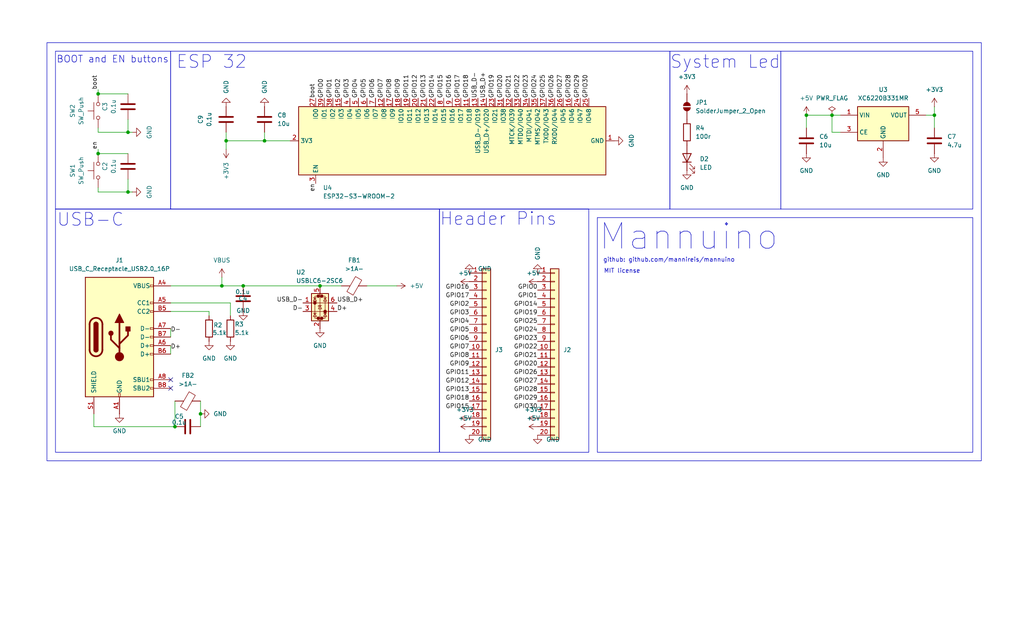
<source format=kicad_sch>
(kicad_sch (version 20250114) (generator "eeschema") (generator_version "9.0")
  (paper "User" 304.8 190.5)
  (lib_symbols
    (symbol "Connector:USB_C_Receptacle_USB2.0_16P" (pin_names (offset 1.016))
      (property "Reference" "J" (at 0 22.225 0))
      (property "Value" "USB_C_Receptacle_USB2.0_16P" (at 0 19.685 0))
      (symbol "USB_C_Receptacle_USB2.0_16P_0_0"
        (rectangle (start -0.254 -17.78) (end 0.254 -16.764))
        (rectangle (start 10.16 15.494) (end 9.144 14.986))
        (rectangle (start 10.16 10.414) (end 9.144 9.906))
        (rectangle (start 10.16 7.874) (end 9.144 7.366))
        (rectangle (start 10.16 2.794) (end 9.144 2.286))
        (rectangle (start 10.16 0.254) (end 9.144 -0.254))
        (rectangle (start 10.16 -2.286) (end 9.144 -2.794))
        (rectangle (start 10.16 -4.826) (end 9.144 -5.334))
        (rectangle (start 10.16 -12.446) (end 9.144 -12.954))
        (rectangle (start 10.16 -14.986) (end 9.144 -15.494))
      )
      (symbol "USB_C_Receptacle_USB2.0_16P_0_1"
        (rectangle (start -10.16 17.78) (end 10.16 -17.78) (stroke (width 0.254)) (fill (type background)))
        (polyline (pts (xy -8.89 -3.81) (xy -8.89 3.81)) (stroke (width 0.508)))
        (rectangle (start -7.62 -3.81) (end -6.35 3.81) (stroke (width 0.254)) (fill (type outline)))
        (arc (start -7.62 3.81) (mid -6.985 4.4423) (end -6.35 3.81) (stroke (width 0.254)))
        (arc (start -7.62 3.81) (mid -6.985 4.4423) (end -6.35 3.81) (stroke (width 0.254)) (fill (type outline)))
        (arc (start -8.89 3.81) (mid -6.985 5.7067) (end -5.08 3.81) (stroke (width 0.508)))
        (arc (start -5.08 -3.81) (mid -6.985 -5.7067) (end -8.89 -3.81) (stroke (width 0.508)))
        (arc (start -6.35 -3.81) (mid -6.985 -4.4423) (end -7.62 -3.81) (stroke (width 0.254)))
        (arc (start -6.35 -3.81) (mid -6.985 -4.4423) (end -7.62 -3.81) (stroke (width 0.254)) (fill (type outline)))
        (polyline (pts (xy -5.08 3.81) (xy -5.08 -3.81)) (stroke (width 0.508)))
        (circle (center -2.54 1.143) (radius 0.635) (stroke (width 0.254)) (fill (type outline)))
        (polyline (pts (xy -1.27 4.318) (xy 0 6.858) (xy 1.27 4.318) (xy -1.27 4.318)) (stroke (width 0.254)) (fill (type outline)))
        (polyline (pts (xy 0 -2.032) (xy 2.54 0.508) (xy 2.54 1.778)) (stroke (width 0.508)))
        (polyline (pts (xy 0 -3.302) (xy -2.54 -0.762) (xy -2.54 0.508)) (stroke (width 0.508)))
        (polyline (pts (xy 0 -5.842) (xy 0 4.318)) (stroke (width 0.508)))
        (circle (center 0 -5.842) (radius 1.27) (fill (type outline)))
        (rectangle (start 1.905 1.778) (end 3.175 3.048) (stroke (width 0.254)) (fill (type outline)))
      )
      (symbol "USB_C_Receptacle_USB2.0_16P_1_1"
        (pin passive line (at -7.62 -22.86 90) (length 5.08) (name "SHIELD") (number "S1"))
        (pin passive line (at 0 -22.86 90) (length 5.08) (name "GND") (number "A1"))
        (pin passive line (at 0 -22.86 90) (length 5.08) (hide yes) (name "GND") (number "A12"))
        (pin passive line (at 0 -22.86 90) (length 5.08) (hide yes) (name "GND") (number "B1"))
        (pin passive line (at 0 -22.86 90) (length 5.08) (hide yes) (name "GND") (number "B12"))
        (pin passive line (at 15.24 15.24 180) (length 5.08) (name "VBUS") (number "A4"))
        (pin passive line (at 15.24 15.24 180) (length 5.08) (hide yes) (name "VBUS") (number "A9"))
        (pin passive line (at 15.24 15.24 180) (length 5.08) (hide yes) (name "VBUS") (number "B4"))
        (pin passive line (at 15.24 15.24 180) (length 5.08) (hide yes) (name "VBUS") (number "B9"))
        (pin bidirectional line (at 15.24 10.16 180) (length 5.08) (name "CC1") (number "A5"))
        (pin bidirectional line (at 15.24 7.62 180) (length 5.08) (name "CC2") (number "B5"))
        (pin bidirectional line (at 15.24 2.54 180) (length 5.08) (name "D-") (number "A7"))
        (pin bidirectional line (at 15.24 0 180) (length 5.08) (name "D-") (number "B7"))
        (pin bidirectional line (at 15.24 -2.54 180) (length 5.08) (name "D+") (number "A6"))
        (pin bidirectional line (at 15.24 -5.08 180) (length 5.08) (name "D+") (number "B6"))
        (pin bidirectional line (at 15.24 -12.7 180) (length 5.08) (name "SBU1") (number "A8"))
        (pin bidirectional line (at 15.24 -15.24 180) (length 5.08) (name "SBU2") (number "B8"))
      )
    )
    (symbol "Connector_Generic:Conn_01x20" (pin_names (offset 1.016) (hide yes))
      (property "Reference" "J" (at 0 25.4 0))
      (property "Value" "Conn_01x20" (at 0 -27.94 0))
      (symbol "Conn_01x20_1_1"
        (rectangle (start -1.27 24.13) (end 1.27 -26.67) (stroke (width 0.254)) (fill (type background)))
        (rectangle (start -1.27 22.987) (end 0 22.733) (stroke (width 0.1524)))
        (rectangle (start -1.27 20.447) (end 0 20.193) (stroke (width 0.1524)))
        (rectangle (start -1.27 17.907) (end 0 17.653) (stroke (width 0.1524)))
        (rectangle (start -1.27 15.367) (end 0 15.113) (stroke (width 0.1524)))
        (rectangle (start -1.27 12.827) (end 0 12.573) (stroke (width 0.1524)))
        (rectangle (start -1.27 10.287) (end 0 10.033) (stroke (width 0.1524)))
        (rectangle (start -1.27 7.747) (end 0 7.493) (stroke (width 0.1524)))
        (rectangle (start -1.27 5.207) (end 0 4.953) (stroke (width 0.1524)))
        (rectangle (start -1.27 2.667) (end 0 2.413) (stroke (width 0.1524)))
        (rectangle (start -1.27 0.127) (end 0 -0.127) (stroke (width 0.1524)))
        (rectangle (start -1.27 -2.413) (end 0 -2.667) (stroke (width 0.1524)))
        (rectangle (start -1.27 -4.953) (end 0 -5.207) (stroke (width 0.1524)))
        (rectangle (start -1.27 -7.493) (end 0 -7.747) (stroke (width 0.1524)))
        (rectangle (start -1.27 -10.033) (end 0 -10.287) (stroke (width 0.1524)))
        (rectangle (start -1.27 -12.573) (end 0 -12.827) (stroke (width 0.1524)))
        (rectangle (start -1.27 -15.113) (end 0 -15.367) (stroke (width 0.1524)))
        (rectangle (start -1.27 -17.653) (end 0 -17.907) (stroke (width 0.1524)))
        (rectangle (start -1.27 -20.193) (end 0 -20.447) (stroke (width 0.1524)))
        (rectangle (start -1.27 -22.733) (end 0 -22.987) (stroke (width 0.1524)))
        (rectangle (start -1.27 -25.273) (end 0 -25.527) (stroke (width 0.1524)))
        (pin passive line (at -5.08 22.86 0) (length 3.81) (name "Pin_1") (number "1"))
        (pin passive line (at -5.08 20.32 0) (length 3.81) (name "Pin_2") (number "2"))
        (pin passive line (at -5.08 17.78 0) (length 3.81) (name "Pin_3") (number "3"))
        (pin passive line (at -5.08 15.24 0) (length 3.81) (name "Pin_4") (number "4"))
        (pin passive line (at -5.08 12.7 0) (length 3.81) (name "Pin_5") (number "5"))
        (pin passive line (at -5.08 10.16 0) (length 3.81) (name "Pin_6") (number "6"))
        (pin passive line (at -5.08 7.62 0) (length 3.81) (name "Pin_7") (number "7"))
        (pin passive line (at -5.08 5.08 0) (length 3.81) (name "Pin_8") (number "8"))
        (pin passive line (at -5.08 2.54 0) (length 3.81) (name "Pin_9") (number "9"))
        (pin passive line (at -5.08 0 0) (length 3.81) (name "Pin_10") (number "10"))
        (pin passive line (at -5.08 -2.54 0) (length 3.81) (name "Pin_11") (number "11"))
        (pin passive line (at -5.08 -5.08 0) (length 3.81) (name "Pin_12") (number "12"))
        (pin passive line (at -5.08 -7.62 0) (length 3.81) (name "Pin_13") (number "13"))
        (pin passive line (at -5.08 -10.16 0) (length 3.81) (name "Pin_14") (number "14"))
        (pin passive line (at -5.08 -12.7 0) (length 3.81) (name "Pin_15") (number "15"))
        (pin passive line (at -5.08 -15.24 0) (length 3.81) (name "Pin_16") (number "16"))
        (pin passive line (at -5.08 -17.78 0) (length 3.81) (name "Pin_17") (number "17"))
        (pin passive line (at -5.08 -20.32 0) (length 3.81) (name "Pin_18") (number "18"))
        (pin passive line (at -5.08 -22.86 0) (length 3.81) (name "Pin_19") (number "19"))
        (pin passive line (at -5.08 -25.4 0) (length 3.81) (name "Pin_20") (number "20"))
      )
    )
    (symbol "Device:C" (pin_numbers (hide yes)) (pin_names (offset 0.254))
      (property "Reference" "C" (at 0.635 2.54 0))
      (property "Value" "C" (at 0.635 -2.54 0))
      (symbol "C_0_1"
        (polyline (pts (xy -2.032 0.762) (xy 2.032 0.762)) (stroke (width 0.508)))
        (polyline (pts (xy -2.032 -0.762) (xy 2.032 -0.762)) (stroke (width 0.508)))
      )
      (symbol "C_1_1"
        (pin passive line (at 0 3.81 270) (length 2.794) (name "~") (number "1"))
        (pin passive line (at 0 -3.81 90) (length 2.794) (name "~") (number "2"))
      )
    )
    (symbol "Device:FerriteBead" (pin_numbers (hide yes)) (pin_names (offset 0))
      (property "Reference" "FB" (at -3.81 0.635 90))
      (property "Value" "FerriteBead" (at 3.81 0 90))
      (symbol "FerriteBead_0_1"
        (polyline (pts (xy -2.7686 0.4064) (xy -1.7018 2.2606) (xy 2.7686 -0.3048) (xy 1.6764 -2.159) (xy -2.7686 0.4064)))
        (polyline (pts (xy 0 1.27) (xy 0 1.2954)))
        (polyline (pts (xy 0 -1.27) (xy 0 -1.2192)))
      )
      (symbol "FerriteBead_1_1"
        (pin passive line (at 0 3.81 270) (length 2.54) (name "~") (number "1"))
        (pin passive line (at 0 -3.81 90) (length 2.54) (name "~") (number "2"))
      )
    )
    (symbol "Device:LED" (pin_numbers (hide yes)) (pin_names (offset 1.016) (hide yes))
      (property "Reference" "D" (at 0 2.54 0))
      (property "Value" "LED" (at 0 -2.54 0))
      (symbol "LED_0_1"
        (polyline (pts (xy -3.048 -0.762) (xy -4.572 -2.286) (xy -3.81 -2.286) (xy -4.572 -2.286) (xy -4.572 -1.524)))
        (polyline (pts (xy -1.778 -0.762) (xy -3.302 -2.286) (xy -2.54 -2.286) (xy -3.302 -2.286) (xy -3.302 -1.524)))
        (polyline (pts (xy -1.27 0) (xy 1.27 0)))
        (polyline (pts (xy -1.27 -1.27) (xy -1.27 1.27)) (stroke (width 0.254)))
        (polyline (pts (xy 1.27 -1.27) (xy 1.27 1.27) (xy -1.27 0) (xy 1.27 -1.27)) (stroke (width 0.254)))
      )
      (symbol "LED_1_1"
        (pin passive line (at -3.81 0 0) (length 2.54) (name "K") (number "1"))
        (pin passive line (at 3.81 0 180) (length 2.54) (name "A") (number "2"))
      )
    )
    (symbol "Device:R" (pin_numbers (hide yes)) (pin_names (offset 0))
      (property "Reference" "R" (at 2.032 0 90))
      (property "Value" "R" (at 0 0 90))
      (symbol "R_0_1"
        (rectangle (start -1.016 -2.54) (end 1.016 2.54) (stroke (width 0.254)))
      )
      (symbol "R_1_1"
        (pin passive line (at 0 3.81 270) (length 1.27) (name "~") (number "1"))
        (pin passive line (at 0 -3.81 90) (length 1.27) (name "~") (number "2"))
      )
    )
    (symbol "Jumper:SolderJumper_2_Open" (pin_numbers (hide yes)) (pin_names (offset 0) (hide yes)) (in_bom no)
      (property "Reference" "JP" (at 0 2.032 0))
      (property "Value" "SolderJumper_2_Open" (at 0 -2.54 0))
      (symbol "SolderJumper_2_Open_0_1"
        (polyline (pts (xy -0.254 1.016) (xy -0.254 -1.016)))
        (arc (start -0.254 -1.016) (mid -1.2656 0) (end -0.254 1.016))
        (arc (start -0.254 -1.016) (mid -1.2656 0) (end -0.254 1.016) (fill (type outline)))
        (arc (start 0.254 1.016) (mid 1.2656 0) (end 0.254 -1.016))
        (arc (start 0.254 1.016) (mid 1.2656 0) (end 0.254 -1.016) (fill (type outline)))
        (polyline (pts (xy 0.254 1.016) (xy 0.254 -1.016)))
      )
      (symbol "SolderJumper_2_Open_1_1"
        (pin passive line (at -3.81 0 0) (length 2.54) (name "A") (number "1"))
        (pin passive line (at 3.81 0 180) (length 2.54) (name "B") (number "2"))
      )
    )
    (symbol "Power_Protection:USBLC6-2SC6" (pin_names (hide yes))
      (property "Reference" "U" (at 0.635 5.715 0))
      (property "Value" "USBLC6-2SC6" (at 0.635 3.81 0))
      (symbol "USBLC6-2SC6_0_0"
        (circle (center -1.524 0) (radius 0.0001) (stroke (width 0.508)))
        (circle (center -0.508 2.032) (radius 0.0001) (stroke (width 0.508)))
        (circle (center -0.508 -4.572) (radius 0.0001) (stroke (width 0.508)))
        (circle (center 0.508 2.032) (radius 0.0001) (stroke (width 0.508)))
        (circle (center 0.508 -4.572) (radius 0.0001) (stroke (width 0.508)))
        (circle (center 1.524 -2.54) (radius 0.0001) (stroke (width 0.508)))
      )
      (symbol "USBLC6-2SC6_0_1"
        (polyline (pts (xy -2.54 0) (xy 2.54 0)))
        (polyline (pts (xy -2.54 -2.54) (xy 2.54 -2.54)))
        (polyline (pts (xy -2.032 0.508) (xy -1.016 0.508) (xy -1.524 1.524) (xy -2.032 0.508)))
        (polyline (pts (xy -2.032 -3.048) (xy -1.016 -3.048)))
        (polyline (pts (xy -1.016 1.524) (xy -2.032 1.524)))
        (polyline (pts (xy -1.016 -4.064) (xy -2.032 -4.064) (xy -1.524 -3.048) (xy -1.016 -4.064)))
        (polyline (pts (xy -0.508 -1.143) (xy -0.508 -0.762) (xy 0.508 -0.762)))
        (polyline (pts (xy 0 2.54) (xy -0.508 2.032) (xy 0.508 2.032) (xy 0 1.524) (xy 0 -4.064) (xy -0.508 -4.572) (xy 0.508 -4.572) (xy 0 -5.08)))
        (polyline (pts (xy 0.508 -1.778) (xy -0.508 -1.778) (xy 0 -0.762) (xy 0.508 -1.778)))
        (polyline (pts (xy 1.016 1.524) (xy 2.032 1.524)))
        (polyline (pts (xy 1.016 -3.048) (xy 2.032 -3.048)))
        (polyline (pts (xy 2.032 0.508) (xy 1.016 0.508) (xy 1.524 1.524) (xy 2.032 0.508)))
        (polyline (pts (xy 2.032 -4.064) (xy 1.016 -4.064) (xy 1.524 -3.048) (xy 2.032 -4.064)))
      )
      (symbol "USBLC6-2SC6_1_1"
        (rectangle (start -2.54 2.794) (end 2.54 -5.334) (stroke (width 0.254)) (fill (type background)))
        (polyline (pts (xy -0.508 2.032) (xy -1.524 2.032) (xy -1.524 -4.572) (xy -0.508 -4.572)))
        (polyline (pts (xy 0.508 -4.572) (xy 1.524 -4.572) (xy 1.524 2.032) (xy 0.508 2.032)))
        (pin passive line (at -5.08 0 0) (length 2.54) (name "I/O1") (number "1"))
        (pin passive line (at -5.08 -2.54 0) (length 2.54) (name "I/O2") (number "3"))
        (pin passive line (at 0 5.08 270) (length 2.54) (name "VBUS") (number "5"))
        (pin passive line (at 0 -7.62 90) (length 2.54) (name "GND") (number "2"))
        (pin passive line (at 5.08 0 180) (length 2.54) (name "I/O1") (number "6"))
        (pin passive line (at 5.08 -2.54 180) (length 2.54) (name "I/O2") (number "4"))
      )
    )
    (symbol "RF_Module:ESP32-S3-WROOM-2"
      (property "Reference" "U" (at -10.16 45.72 0))
      (property "Value" "ESP32-S3-WROOM-2" (at 2.54 45.72 0))
      (symbol "ESP32-S3-WROOM-2_0_1"
        (rectangle (start -10.16 45.72) (end 10.16 -45.72) (stroke (width 0.254)) (fill (type background)))
      )
      (symbol "ESP32-S3-WROOM-2_1_1"
        (pin input line (at -12.7 40.64 0) (length 2.54) (name "EN") (number "3"))
        (pin no_connect line (at -10.16 -35.56 0) (length 2.54) (hide yes) (name "NC") (number "28"))
        (pin no_connect line (at -10.16 -38.1 0) (length 2.54) (hide yes) (name "NC") (number "29"))
        (pin no_connect line (at -10.16 -40.64 0) (length 2.54) (hide yes) (name "NC") (number "30"))
        (pin power_in line (at 0 48.26 270) (length 2.54) (name "3V3") (number "2"))
        (pin power_in line (at 0 -48.26 90) (length 2.54) (name "GND") (number "1"))
        (pin passive line (at 0 -48.26 90) (length 2.54) (hide yes) (name "GND") (number "40"))
        (pin passive line (at 0 -48.26 90) (length 2.54) (hide yes) (name "GND") (number "41"))
        (pin bidirectional line (at 12.7 40.64 180) (length 2.54) (name "IO0") (number "27"))
        (pin bidirectional line (at 12.7 38.1 180) (length 2.54) (name "IO1") (number "39"))
        (pin bidirectional line (at 12.7 35.56 180) (length 2.54) (name "IO2") (number "38"))
        (pin bidirectional line (at 12.7 33.02 180) (length 2.54) (name "IO3") (number "15"))
        (pin bidirectional line (at 12.7 30.48 180) (length 2.54) (name "IO4") (number "4"))
        (pin bidirectional line (at 12.7 27.94 180) (length 2.54) (name "IO5") (number "5"))
        (pin bidirectional line (at 12.7 25.4 180) (length 2.54) (name "IO6") (number "6"))
        (pin bidirectional line (at 12.7 22.86 180) (length 2.54) (name "IO7") (number "7"))
        (pin bidirectional line (at 12.7 20.32 180) (length 2.54) (name "IO8") (number "12"))
        (pin bidirectional line (at 12.7 17.78 180) (length 2.54) (name "IO9") (number "17"))
        (pin bidirectional line (at 12.7 15.24 180) (length 2.54) (name "IO10") (number "18"))
        (pin bidirectional line (at 12.7 12.7 180) (length 2.54) (name "IO11") (number "19"))
        (pin bidirectional line (at 12.7 10.16 180) (length 2.54) (name "IO12") (number "20"))
        (pin bidirectional line (at 12.7 7.62 180) (length 2.54) (name "IO13") (number "21"))
        (pin bidirectional line (at 12.7 5.08 180) (length 2.54) (name "IO14") (number "22"))
        (pin bidirectional line (at 12.7 2.54 180) (length 2.54) (name "IO15") (number "8"))
        (pin bidirectional line (at 12.7 0 180) (length 2.54) (name "IO16") (number "9"))
        (pin bidirectional line (at 12.7 -2.54 180) (length 2.54) (name "IO17") (number "10"))
        (pin bidirectional line (at 12.7 -5.08 180) (length 2.54) (name "IO18") (number "11"))
        (pin bidirectional line (at 12.7 -7.62 180) (length 2.54) (name "USB_D-/IO19") (number "13"))
        (pin bidirectional line (at 12.7 -10.16 180) (length 2.54) (name "USB_D+/IO20") (number "14"))
        (pin bidirectional line (at 12.7 -12.7 180) (length 2.54) (name "IO21") (number "23"))
        (pin bidirectional line (at 12.7 -15.24 180) (length 2.54) (name "IO38") (number "31"))
        (pin bidirectional line (at 12.7 -17.78 180) (length 2.54) (name "MTCK/IO39") (number "32"))
        (pin bidirectional line (at 12.7 -20.32 180) (length 2.54) (name "MTDO/IO40") (number "33"))
        (pin bidirectional line (at 12.7 -22.86 180) (length 2.54) (name "MTDI/IO41") (number "34"))
        (pin bidirectional line (at 12.7 -25.4 180) (length 2.54) (name "MTMS/IO42") (number "35"))
        (pin bidirectional line (at 12.7 -27.94 180) (length 2.54) (name "TXD0/IO43") (number "37"))
        (pin bidirectional line (at 12.7 -30.48 180) (length 2.54) (name "RXD0/IO44") (number "36"))
        (pin bidirectional line (at 12.7 -33.02 180) (length 2.54) (name "IO45") (number "26"))
        (pin bidirectional line (at 12.7 -35.56 180) (length 2.54) (name "IO46") (number "16"))
        (pin bidirectional line (at 12.7 -38.1 180) (length 2.54) (name "IO47") (number "24"))
        (pin bidirectional line (at 12.7 -40.64 180) (length 2.54) (name "IO48") (number "25"))
      )
    )
    (symbol "Regulator_Linear:XC6220B331MR"
      (property "Reference" "U" (at 0 8.89 0))
      (property "Value" "XC6220B331MR" (at 0 6.35 0))
      (symbol "XC6220B331MR_0_1"
        (rectangle (start -7.62 5.08) (end 7.62 -5.08) (stroke (width 0.254)) (fill (type background)))
      )
      (symbol "XC6220B331MR_1_1"
        (pin power_in line (at -12.7 2.54 0) (length 5.08) (name "VIN") (number "1"))
        (pin input line (at -12.7 -2.54 0) (length 5.08) (name "CE") (number "3"))
        (pin power_in line (at 0 -10.16 90) (length 5.08) (name "GND") (number "2"))
        (pin no_connect line (at 7.62 -2.54 180) (length 5.08) (hide yes) (name "NC") (number "4"))
        (pin power_out line (at 12.7 2.54 180) (length 5.08) (name "VOUT") (number "5"))
      )
    )
    (symbol "Switch:SW_Push" (pin_numbers (hide yes)) (pin_names (offset 1.016) (hide yes))
      (property "Reference" "SW" (at 1.27 2.54 0))
      (property "Value" "SW_Push" (at 0 -1.524 0))
      (symbol "SW_Push_0_1"
        (circle (center -2.032 0) (radius 0.508))
        (polyline (pts (xy 0 1.27) (xy 0 3.048)))
        (circle (center 2.032 0) (radius 0.508))
        (polyline (pts (xy 2.54 1.27) (xy -2.54 1.27)))
        (pin passive line (at -5.08 0 0) (length 2.54) (name "1") (number "1"))
        (pin passive line (at 5.08 0 180) (length 2.54) (name "2") (number "2"))
      )
    )
    (symbol "power:+3V3" (power) (pin_numbers (hide yes)) (pin_names (offset 0) (hide yes))
      (property "Value" "+3V3" (at 0 3.556 0))
      (symbol "+3V3_0_1"
        (polyline (pts (xy -0.762 1.27) (xy 0 2.54)))
        (polyline (pts (xy 0 2.54) (xy 0.762 1.27)))
        (polyline (pts (xy 0 0) (xy 0 2.54)))
      )
      (symbol "+3V3_1_1"
        (pin power_in line (at 0 0 90) (length 0) (name "~") (number "1"))
      )
    )
    (symbol "power:+5V" (power) (pin_numbers (hide yes)) (pin_names (offset 0) (hide yes))
      (property "Value" "+5V" (at 0 3.556 0))
      (symbol "+5V_0_1"
        (polyline (pts (xy -0.762 1.27) (xy 0 2.54)))
        (polyline (pts (xy 0 2.54) (xy 0.762 1.27)))
        (polyline (pts (xy 0 0) (xy 0 2.54)))
      )
      (symbol "+5V_1_1"
        (pin power_in line (at 0 0 90) (length 0) (name "~") (number "1"))
      )
    )
    (symbol "power:GND" (power) (pin_numbers (hide yes)) (pin_names (offset 0) (hide yes))
      (property "Value" "GND" (at 0 -3.81 0))
      (symbol "GND_0_1"
        (polyline (pts (xy 0 0) (xy 0 -1.27) (xy 1.27 -1.27) (xy 0 -2.54) (xy -1.27 -1.27) (xy 0 -1.27)))
      )
      (symbol "GND_1_1"
        (pin power_in line (at 0 0 270) (length 0) (name "~") (number "1"))
      )
    )
    (symbol "power:PWR_FLAG" (power) (pin_numbers (hide yes)) (pin_names (offset 0) (hide yes))
      (property "Value" "PWR_FLAG" (at 0 3.81 0))
      (symbol "PWR_FLAG_0_0"
        (pin power_out line (at 0 0 90) (length 0) (name "~") (number "1"))
      )
      (symbol "PWR_FLAG_0_1"
        (polyline (pts (xy 0 0) (xy 0 1.27) (xy -1.016 1.905) (xy 0 2.54) (xy 1.016 1.905) (xy 0 1.27)))
      )
    )
    (symbol "power:VBUS" (power) (pin_numbers (hide yes)) (pin_names (offset 0) (hide yes))
      (property "Value" "VBUS" (at 0 3.556 0))
      (symbol "VBUS_0_1"
        (polyline (pts (xy -0.762 1.27) (xy 0 2.54)))
        (polyline (pts (xy 0 2.54) (xy 0.762 1.27)))
        (polyline (pts (xy 0 0) (xy 0 2.54)))
      )
      (symbol "VBUS_1_1"
        (pin power_in line (at 0 0 90) (length 0) (name "~") (number "1"))
      )
    )
  )
  (rectangle (start 50.8 15.24) (end 199.39 62.23))
  (rectangle (start 16.51 15.24) (end 50.8 62.23))
  (rectangle (start 232.41 15.24) (end 289.56 62.23))
  (rectangle (start 130.81 62.23) (end 175.26 134.62))
  (rectangle (start 13.97 12.7) (end 292.1 137.16))
  (rectangle (start 16.51 62.23) (end 130.81 134.62))
  (rectangle (start 177.8 64.77) (end 289.56 134.62))
  (rectangle (start 199.39 15.24) (end 232.41 62.23))
  (text "MIT license" (at 185.166 80.772 0) (effects (font (size 1.27 1.27))))
  (text "Mannuino" (at 204.978 70.612 0) (effects (font (size 7.62 7.62))))
  (text "Header Pins" (at 148.336 65.278 0) (effects (font (size 3.81 3.81))))
  (text "ESP 32" (at 62.992 18.542 0) (effects (font (size 3.81 3.81))))
  (text "BOOT and EN buttons" (at 33.528 17.78 0) (effects (font (size 2.032 2.032))))
  (text "github: github.com/mannireis/mannuino" (at 199.136 77.47 0) (effects (font (size 1.27 1.27))))
  (text "USB-C" (at 26.924 65.532 0) (effects (font (size 3.81 3.81))))
  (text "System Led\n" (at 215.9 18.542 0) (effects (font (size 3.81 3.81))))
  (junction (at 66.04 85.09))
  (junction (at 72.39 85.09))
  (junction (at 78.74 41.91))
  (junction (at 52.07 127))
  (junction (at 38.1 57.15))
  (junction (at 29.21 45.72))
  (junction (at 247.65 34.29))
  (junction (at 67.31 41.91))
  (junction (at 29.21 27.94))
  (junction (at 278.13 34.29))
  (junction (at 240.03 34.29))
  (junction (at 95.25 85.09))
  (junction (at 59.69 123.19))
  (junction (at 38.1 39.37))
  (no_connect (at 50.8 113.03))
  (no_connect (at 50.8 115.57))
  (wire (pts (xy 52.07 119.38) (xy 52.07 127)))
  (wire (pts (xy 29.21 44.45) (xy 29.21 45.72)))
  (wire (pts (xy 39.37 57.15) (xy 38.1 57.15)))
  (wire (pts (xy 29.21 45.72) (xy 38.1 45.72)))
  (wire (pts (xy 29.21 27.94) (xy 38.1 27.94)))
  (wire (pts (xy 50.8 85.09) (xy 66.04 85.09)))
  (wire (pts (xy 67.31 41.91) (xy 67.31 39.37)))
  (wire (pts (xy 52.07 127) (xy 27.94 127)))
  (wire (pts (xy 275.59 34.29) (xy 278.13 34.29)))
  (wire (pts (xy 278.13 34.29) (xy 278.13 38.1)))
  (wire (pts (xy 78.74 41.91) (xy 78.74 39.37)))
  (wire (pts (xy 50.8 92.71) (xy 62.23 92.71)))
  (wire (pts (xy 29.21 57.15) (xy 29.21 55.88)))
  (wire (pts (xy 50.8 102.87) (xy 50.8 105.41)))
  (wire (pts (xy 278.13 34.29) (xy 278.13 31.75)))
  (wire (pts (xy 38.1 53.34) (xy 38.1 57.15)))
  (wire (pts (xy 62.23 92.71) (xy 62.23 93.98)))
  (wire (pts (xy 66.04 82.55) (xy 66.04 85.09)))
  (wire (pts (xy 95.25 85.09) (xy 101.6 85.09)))
  (wire (pts (xy 39.37 39.37) (xy 38.1 39.37)))
  (wire (pts (xy 78.74 41.91) (xy 67.31 41.91)))
  (wire (pts (xy 27.94 127) (xy 27.94 123.19)))
  (wire (pts (xy 240.03 34.29) (xy 247.65 34.29)))
  (wire (pts (xy 66.04 85.09) (xy 72.39 85.09)))
  (wire (pts (xy 250.19 39.37) (xy 247.65 39.37)))
  (wire (pts (xy 247.65 39.37) (xy 247.65 34.29)))
  (wire (pts (xy 50.8 90.17) (xy 68.58 90.17)))
  (wire (pts (xy 247.65 34.29) (xy 250.19 34.29)))
  (wire (pts (xy 29.21 39.37) (xy 29.21 38.1)))
  (wire (pts (xy 29.21 26.67) (xy 29.21 27.94)))
  (wire (pts (xy 38.1 35.56) (xy 38.1 39.37)))
  (wire (pts (xy 67.31 44.45) (xy 67.31 41.91)))
  (wire (pts (xy 72.39 85.09) (xy 95.25 85.09)))
  (wire (pts (xy 86.36 41.91) (xy 78.74 41.91)))
  (wire (pts (xy 109.22 85.09) (xy 118.11 85.09)))
  (wire (pts (xy 38.1 57.15) (xy 29.21 57.15)))
  (wire (pts (xy 50.8 97.79) (xy 50.8 100.33)))
  (wire (pts (xy 68.58 90.17) (xy 68.58 93.98)))
  (wire (pts (xy 240.03 34.29) (xy 240.03 38.1)))
  (wire (pts (xy 59.69 123.19) (xy 59.69 127)))
  (wire (pts (xy 59.69 119.38) (xy 59.69 123.19)))
  (wire (pts (xy 38.1 39.37) (xy 29.21 39.37)))
  (label "GPIO16" (at 139.7 86.36 180))
  (label "GPIO5" (at 139.7 99.06 180))
  (label "USB_D+" (at 144.78 29.21 90))
  (label "GPIO4" (at 139.7 96.52 180))
  (label "GPIO15" (at 132.08 29.21 90))
  (label "GPIO14" (at 129.54 29.21 90))
  (label "GPIO28" (at 160.02 116.84 180))
  (label "GPIO0" (at 160.02 86.36 180))
  (label "GPIO1" (at 160.02 88.9 180))
  (label "GPIO22" (at 154.94 29.21 90))
  (label "GPIO6" (at 111.76 29.21 90))
  (label "GPIO17" (at 139.7 88.9 180))
  (label "GPIO1" (at 99.06 29.21 90))
  (label "GPIO23" (at 157.48 29.21 90))
  (label "GPIO2" (at 139.7 91.44 180))
  (label "GPIO3" (at 139.7 93.98 180))
  (label "D-" (at 90.17 92.71 180))
  (label "D+" (at 50.8 104.14 0))
  (label "GPIO3" (at 104.14 29.21 90))
  (label "en" (at 29.21 44.45 90))
  (label "GPIO8" (at 116.84 29.21 90))
  (label "GPIO5" (at 109.22 29.21 90))
  (label "GPIO18" (at 139.7 29.21 90))
  (label "GPIO29" (at 160.02 119.38 180))
  (label "USB_D-" (at 142.24 29.21 90))
  (label "GPIO16" (at 134.62 29.21 90))
  (label "GPIO12" (at 124.46 29.21 90))
  (label "GPIO21" (at 152.4 29.21 90))
  (label "GPIO30" (at 175.26 29.21 90))
  (label "GPIO19" (at 160.02 93.98 180))
  (label "GPIO13" (at 139.7 116.84 180))
  (label "GPIO25" (at 160.02 96.52 180))
  (label "GPIO20" (at 149.86 29.21 90))
  (label "en" (at 93.98 54.61 270))
  (label "GPIO17" (at 137.16 29.21 90))
  (label "GPIO21" (at 160.02 106.68 180))
  (label "D+" (at 100.33 92.71 0))
  (label "GPIO7" (at 139.7 104.14 180))
  (label "GPIO18" (at 139.7 119.38 180))
  (label "GPIO9" (at 139.7 109.22 180))
  (label "GPIO0" (at 96.52 29.21 90))
  (label "GPIO30" (at 160.02 121.92 180))
  (label "GPIO28" (at 170.18 29.21 90))
  (label "GPIO25" (at 162.56 29.21 90))
  (label "GPIO19" (at 147.32 29.21 90))
  (label "GPIO8" (at 139.7 106.68 180))
  (label "USB_D+" (at 100.33 90.17 0))
  (label "GPIO6" (at 139.7 101.6 180))
  (label "GPIO27" (at 160.02 114.3 180))
  (label "GPIO11" (at 121.92 29.21 90))
  (label "GPIO4" (at 106.68 29.21 90))
  (label "boot" (at 93.98 29.21 90))
  (label "GPIO22" (at 160.02 104.14 180))
  (label "GPIO26" (at 165.1 29.21 90))
  (label "GPIO27" (at 167.64 29.21 90))
  (label "GPIO9" (at 119.38 29.21 90))
  (label "GPIO26" (at 160.02 111.76 180))
  (label "GPIO11" (at 139.7 111.76 180))
  (label "GPIO23" (at 160.02 101.6 180))
  (label "GPIO12" (at 139.7 114.3 180))
  (label "boot" (at 29.21 26.67 90))
  (label "GPIO20" (at 160.02 109.22 180))
  (label "USB_D-" (at 90.17 90.17 180))
  (label "GPIO14" (at 160.02 91.44 180))
  (label "GPIO2" (at 101.6 29.21 90))
  (label "GPIO29" (at 172.72 29.21 90))
  (label "GPIO24" (at 160.02 29.21 90))
  (label "GPIO15" (at 139.7 121.92 180))
  (label "GPIO7" (at 114.3 29.21 90))
  (label "D-" (at 50.8 99.06 0))
  (label "GPIO13" (at 127 29.21 90))
  (label "GPIO24" (at 160.02 99.06 180))
  (symbol (lib_id "Device:C") (at 278.13 41.91 0) (unit 1)
    (property "Reference" "C7" (at 281.94 40.6399 0) (effects (justify left)))
    (property "Value" "4.7u" (at 281.94 43.1799 0) (effects (justify left)))
    (property "Footprint" "Capacitor_SMD:C_1206_3216Metric" (effects (hide yes)))
    (property "Description" "Unpolarized capacitor" (effects (hide yes)))
  )
  (symbol (lib_id "power:GND") (at 39.37 39.37 90) (unit 1)
    (property "Reference" "#PWR05" (effects (hide yes)))
    (property "Value" "GND" (at 44.45 39.37 0))
    (property "Description" "Power symbol creates a global label with name \"GND\" , ground" (effects (hide yes)))
  )
  (symbol (lib_id "Device:C") (at 72.39 88.9 0) (mirror y) (unit 1)
    (property "Reference" "C4" (at 73.66 88.9 0) (effects (justify left)))
    (property "Value" "0.1u" (at 74.422 86.868 0) (effects (justify left)))
    (property "Footprint" "Capacitor_SMD:C_0805_2012Metric" (effects (hide yes)))
    (property "Description" "Unpolarized capacitor" (effects (hide yes)))
  )
  (symbol (lib_id "Device:R") (at 204.47 39.37 0) (unit 1)
    (property "Reference" "R4" (at 207.01 38.0999 0) (effects (justify left)))
    (property "Value" "100r" (at 207.01 40.6399 0) (effects (justify left)))
    (property "Footprint" "Resistor_SMD:R_0603_1608Metric" (effects (hide yes)))
    (property "Description" "Resistor" (effects (hide yes)))
  )
  (symbol (lib_id "power:GND") (at 67.31 31.75 180) (unit 1)
    (property "Reference" "#PWR021" (effects (hide yes)))
    (property "Value" "GND" (at 67.3099 27.94 90) (effects (justify right)))
    (property "Description" "Power symbol creates a global label with name \"GND\" , ground" (effects (hide yes)))
  )
  (symbol (lib_id "Device:C") (at 55.88 127 90) (unit 1)
    (property "Reference" "C5" (at 53.34 123.952 90))
    (property "Value" "0.1u" (at 53.34 125.73 90))
    (property "Footprint" "Capacitor_SMD:C_0805_2012Metric" (effects (hide yes)))
    (property "Description" "Unpolarized capacitor" (effects (hide yes)))
  )
  (symbol (lib_id "Device:FerriteBead") (at 55.88 119.38 270) (unit 1)
    (property "Reference" "FB2" (at 55.9308 111.76 90))
    (property "Value" ">1A-" (at 55.9308 114.3 90))
    (property "Footprint" "Inductor_SMD:L_1206_3216Metric" (effects (hide yes)))
    (property "Description" "Ferrite bead" (effects (hide yes)))
  )
  (symbol (lib_id "power:VBUS") (at 66.04 82.55 0) (unit 1)
    (property "Reference" "#PWR07" (effects (hide yes)))
    (property "Value" "VBUS" (at 66.04 77.47 0))
    (property "Description" "Power symbol creates a global label with name \"VBUS\"" (effects (hide yes)))
  )
  (symbol (lib_id "Jumper:SolderJumper_2_Open") (at 204.47 31.75 90) (unit 1) (in_bom no)
    (property "Reference" "JP1" (at 207.01 30.4799 90) (effects (justify right)))
    (property "Value" "SolderJumper_2_Open" (at 207.01 33.0199 90) (effects (justify right)))
    (property "Footprint" "Jumper:SolderJumper-2_P1.3mm_Open_Pad1.0x1.5mm" (effects (hide yes)))
    (property "Description" "Solder Jumper, 2-pole, open" (effects (hide yes)))
  )
  (symbol (lib_id "power:+3V3") (at 278.13 31.75 0) (unit 1)
    (property "Reference" "#PWR017" (effects (hide yes)))
    (property "Value" "+3V3" (at 278.13 26.67 0))
    (property "Description" "Power symbol creates a global label with name \"+3V3\"" (effects (hide yes)))
  )
  (symbol (lib_id "Connector_Generic:Conn_01x20") (at 144.78 104.14 0) (unit 1)
    (property "Reference" "J3" (at 147.32 104.1399 0) (effects (justify left)))
    (property "Value" "Conn_01x20" (effects (hide yes)))
    (property "Footprint" "Connector_PinHeader_2.00mm:PinHeader_1x20_P2.00mm_Vertical" (effects (hide yes)))
    (property "Description" "Generic connector, single row, 01x20, script generated (kicad-library-utils/schlib/autogen/connector/)" (effects (hide yes)))
  )
  (symbol (lib_id "power:+5V") (at 118.11 85.09 270) (unit 1)
    (property "Reference" "#PWR08" (effects (hide yes)))
    (property "Value" "+5V" (at 121.92 85.0899 90) (effects (justify left)))
    (property "Description" "Power symbol creates a global label with name \"+5V\"" (effects (hide yes)))
  )
  (symbol (lib_id "power:+5V") (at 240.03 34.29 0) (unit 1)
    (property "Reference" "#PWR014" (effects (hide yes)))
    (property "Value" "+5V" (at 240.03 29.21 0))
    (property "Description" "Power symbol creates a global label with name \"+5V\"" (effects (hide yes)))
  )
  (symbol (lib_id "Connector:USB_C_Receptacle_USB2.0_16P") (at 35.56 100.33 0) (unit 1)
    (property "Reference" "J1" (at 35.56 77.47 0))
    (property "Value" "USB_C_Receptacle_USB2.0_16P" (at 35.56 80.01 0))
    (property "Footprint" "Connector_USB:USB_C_Receptacle_Molex_105450-0101" (effects (hide yes)))
    (property "Datasheet" "https://www.usb.org/sites/default/files/documents/usb_type-c.zip" (effects (hide yes)))
    (property "Description" "USB 2.0-only 16P Type-C Receptacle connector" (effects (hide yes)))
  )
  (symbol (lib_id "power:GND") (at 262.89 46.99 0) (unit 1)
    (property "Reference" "#PWR016" (effects (hide yes)))
    (property "Value" "GND" (at 262.89 52.07 0))
    (property "Description" "Power symbol creates a global label with name \"GND\" , ground" (effects (hide yes)))
  )
  (symbol (lib_id "power:GND") (at 78.74 31.75 180) (unit 1)
    (property "Reference" "#PWR020" (effects (hide yes)))
    (property "Value" "GND" (at 78.7399 27.94 90) (effects (justify right)))
    (property "Description" "Power symbol creates a global label with name \"GND\" , ground" (effects (hide yes)))
  )
  (symbol (lib_id "Device:R") (at 68.58 97.79 0) (unit 1)
    (property "Reference" "R3" (at 69.85 96.52 0) (effects (justify left)))
    (property "Value" "5.1k" (at 69.85 99.06 0) (effects (justify left)))
    (property "Footprint" "Resistor_SMD:R_0603_1608Metric" (effects (hide yes)))
    (property "Description" "Resistor" (effects (hide yes)))
  )
  (symbol (lib_id "power:+3V3") (at 139.7 124.46 90) (unit 1)
    (property "Reference" "#PWR028" (effects (hide yes)))
    (property "Value" "+3V3" (at 138.43 121.92 90))
    (property "Description" "Power symbol creates a global label with name \"+3V3\"" (effects (hide yes)))
  )
  (symbol (lib_id "power:GND") (at 72.39 92.71 0) (unit 1)
    (property "Reference" "#PWR09" (effects (hide yes)))
    (property "Value" "GND" (at 72.39 92.456 0))
    (property "Description" "Power symbol creates a global label with name \"GND\" , ground" (effects (hide yes)))
  )
  (symbol (lib_id "Connector_Generic:Conn_01x20") (at 165.1 104.14 0) (unit 1)
    (property "Reference" "J2" (at 167.64 104.1399 0) (effects (justify left)))
    (property "Value" "Conn_01x20" (effects (hide yes)))
    (property "Footprint" "Connector_PinHeader_2.00mm:PinHeader_1x20_P2.00mm_Vertical" (effects (hide yes)))
    (property "Description" "Generic connector, single row, 01x20, script generated (kicad-library-utils/schlib/autogen/connector/)" (effects (hide yes)))
  )
  (symbol (lib_id "power:PWR_FLAG") (at 247.65 34.29 0) (unit 1)
    (property "Reference" "#FLG01" (effects (hide yes)))
    (property "Value" "PWR_FLAG" (at 247.65 29.21 0))
    (property "Description" "Special symbol for telling ERC where power comes from" (effects (hide yes)))
  )
  (symbol (lib_id "power:GND") (at 39.37 57.15 90) (unit 1)
    (property "Reference" "#PWR04" (effects (hide yes)))
    (property "Value" "GND" (at 44.45 57.15 0))
    (property "Description" "Power symbol creates a global label with name \"GND\" , ground" (effects (hide yes)))
  )
  (symbol (lib_id "Power_Protection:USBLC6-2SC6") (at 95.25 90.17 0) (unit 1)
    (property "Reference" "U2" (at 88.138 81.026 0) (effects (justify left)))
    (property "Value" "USBLC6-2SC6" (at 88.138 83.566 0) (effects (justify left)))
    (property "Footprint" "Package_TO_SOT_SMD:SOT-23-6" (effects (hide yes)))
    (property "Datasheet" "https://www.st.com/resource/en/datasheet/usblc6-2.pdf" (effects (hide yes)))
    (property "Description" "Very low capacitance ESD protection diode, 2 data-line, SOT-23-6" (effects (hide yes)))
  )
  (symbol (lib_id "power:GND") (at 240.03 45.72 0) (unit 1)
    (property "Reference" "#PWR015" (effects (hide yes)))
    (property "Value" "GND" (at 240.03 50.8 0))
    (property "Description" "Power symbol creates a global label with name \"GND\" , ground" (effects (hide yes)))
  )
  (symbol (lib_id "power:GND") (at 59.69 123.19 90) (unit 1)
    (property "Reference" "#PWR012" (effects (hide yes)))
    (property "Value" "GND" (at 63.5 123.1899 90) (effects (justify right)))
    (property "Description" "Power symbol creates a global label with name \"GND\" , ground" (effects (hide yes)))
  )
  (symbol (lib_id "RF_Module:ESP32-S3-WROOM-2") (at 134.62 41.91 90) (unit 1)
    (property "Reference" "U4" (at 96.1233 55.88 90) (effects (justify right)))
    (property "Value" "ESP32-S3-WROOM-2" (at 96.1233 58.42 90) (effects (justify right)))
    (property "Footprint" "RF_Module:ESP32-S3-WROOM-1U" (effects (hide yes)))
    (property "Datasheet" "https://www.espressif.com/sites/default/files/documentation/esp32-s3-wroom-2_datasheet_en.pdf" (effects (hide yes)))
    (property "Description" "RF Module, 2.4 GHz, Wi­-Fi, Bluetooth, BLE, ESP32­-S3R8V" (effects (hide yes)))
  )
  (symbol (lib_id "Regulator_Linear:XC6220B331MR") (at 262.89 36.83 0) (unit 1)
    (property "Reference" "U3" (at 262.89 26.67 0))
    (property "Value" "XC6220B331MR" (at 262.89 29.21 0))
    (property "Footprint" "Package_TO_SOT_SMD:SOT-23-5" (effects (hide yes)))
    (property "Datasheet" "https://www.torexsemi.com/file/xc6220/XC6220.pdf" (effects (hide yes)))
    (property "Description" "1A, Low Drop-out Voltage Regulator, Fixed Output 3.3V, SOT-23-5" (effects (hide yes)))
  )
  (symbol (lib_id "Switch:SW_Push") (at 29.21 33.02 90) (unit 1)
    (property "Reference" "SW2" (at 21.59 33.02 0))
    (property "Value" "SW_Push" (at 24.13 33.02 0))
    (property "Footprint" "Button_Switch_SMD:SW_Push_1P1T_NO_CK_KMR2" (effects (hide yes)))
    (property "Description" "Push button switch, generic, two pins" (effects (hide yes)))
  )
  (symbol (lib_id "Switch:SW_Push") (at 29.21 50.8 90) (unit 1)
    (property "Reference" "SW1" (at 21.59 50.8 0))
    (property "Value" "SW_Push" (at 24.13 50.8 0))
    (property "Footprint" "Button_Switch_SMD:SW_Push_1P1T_NO_CK_KMR2" (effects (hide yes)))
    (property "Description" "Push button switch, generic, two pins" (effects (hide yes)))
  )
  (symbol (lib_id "power:GND") (at 160.02 129.54 0) (unit 1)
    (property "Reference" "#PWR031" (effects (hide yes)))
    (property "Value" "GND" (at 162.56 130.8099 0) (effects (justify left)))
    (property "Description" "Power symbol creates a global label with name \"GND\" , ground" (effects (hide yes)))
  )
  (symbol (lib_id "power:+5V") (at 160.02 127 90) (unit 1)
    (property "Reference" "#PWR02" (effects (hide yes)))
    (property "Value" "+5V" (at 158.75 124.46 90))
    (property "Description" "Power symbol creates a global label with name \"+5V\"" (effects (hide yes)))
  )
  (symbol (lib_id "Device:R") (at 62.23 97.79 0) (unit 1)
    (property "Reference" "R2" (at 63.5 96.774 0) (effects (justify left)))
    (property "Value" "5.1k" (at 63.246 99.06 0) (effects (justify left)))
    (property "Footprint" "Resistor_SMD:R_0603_1608Metric" (effects (hide yes)))
    (property "Description" "Resistor" (effects (hide yes)))
  )
  (symbol (lib_id "Device:FerriteBead") (at 105.41 85.09 270) (unit 1)
    (property "Reference" "FB1" (at 105.4608 77.47 90))
    (property "Value" ">1A-" (at 105.4608 80.01 90))
    (property "Footprint" "Inductor_SMD:L_1206_3216Metric" (effects (hide yes)))
    (property "Description" "Ferrite bead" (effects (hide yes)))
  )
  (symbol (lib_id "power:+3V3") (at 160.02 124.46 90) (unit 1)
    (property "Reference" "#PWR029" (effects (hide yes)))
    (property "Value" "+3V3" (at 158.75 121.92 90))
    (property "Description" "Power symbol creates a global label with name \"+3V3\"" (effects (hide yes)))
  )
  (symbol (lib_id "power:GND") (at 160.02 81.28 180) (unit 1)
    (property "Reference" "#PWR01" (effects (hide yes)))
    (property "Value" "GND" (at 160.02 75.438 90))
    (property "Description" "Power symbol creates a global label with name \"GND\" , ground" (effects (hide yes)))
  )
  (symbol (lib_id "power:GND") (at 139.7 129.54 0) (unit 1)
    (property "Reference" "#PWR030" (effects (hide yes)))
    (property "Value" "GND" (at 142.24 130.8099 0) (effects (justify left)))
    (property "Description" "Power symbol creates a global label with name \"GND\" , ground" (effects (hide yes)))
  )
  (symbol (lib_id "Device:C") (at 240.03 41.91 0) (unit 1)
    (property "Reference" "C6" (at 243.84 40.6399 0) (effects (justify left)))
    (property "Value" "10u" (at 243.84 43.1799 0) (effects (justify left)))
    (property "Footprint" "Capacitor_SMD:C_0805_2012Metric" (effects (hide yes)))
    (property "Description" "Unpolarized capacitor" (effects (hide yes)))
  )
  (symbol (lib_id "power:GND") (at 35.56 123.19 0) (unit 1)
    (property "Reference" "#PWR06" (effects (hide yes)))
    (property "Value" "GND" (at 35.56 128.27 0))
    (property "Description" "Power symbol creates a global label with name \"GND\" , ground" (effects (hide yes)))
  )
  (symbol (lib_id "power:GND") (at 204.47 50.8 0) (unit 1)
    (property "Reference" "#PWR023" (effects (hide yes)))
    (property "Value" "GND" (at 204.47 55.88 0))
    (property "Description" "Power symbol creates a global label with name \"GND\" , ground" (effects (hide yes)))
  )
  (symbol (lib_id "power:GND") (at 182.88 41.91 90) (unit 1)
    (property "Reference" "#PWR033" (effects (hide yes)))
    (property "Value" "GND" (at 187.96 41.91 0))
    (property "Description" "Power symbol creates a global label with name \"GND\" , ground" (effects (hide yes)))
  )
  (symbol (lib_id "power:+5V") (at 139.7 83.82 90) (unit 1)
    (property "Reference" "#PWR025" (effects (hide yes)))
    (property "Value" "+5V" (at 138.43 81.28 90))
    (property "Description" "Power symbol creates a global label with name \"+5V\"" (effects (hide yes)))
  )
  (symbol (lib_id "power:GND") (at 68.58 101.6 0) (unit 1)
    (property "Reference" "#PWR011" (effects (hide yes)))
    (property "Value" "GND" (at 68.58 106.68 0))
    (property "Description" "Power symbol creates a global label with name \"GND\" , ground" (effects (hide yes)))
  )
  (symbol (lib_id "Device:C") (at 38.1 49.53 0) (unit 1)
    (property "Reference" "C2" (at 31.242 49.53 90))
    (property "Value" "0.1u" (at 33.782 49.53 90))
    (property "Footprint" "Capacitor_SMD:C_0805_2012Metric" (effects (hide yes)))
    (property "Description" "Unpolarized capacitor" (effects (hide yes)))
  )
  (symbol (lib_id "power:GND") (at 62.23 101.6 0) (unit 1)
    (property "Reference" "#PWR010" (effects (hide yes)))
    (property "Value" "GND" (at 62.23 106.68 0))
    (property "Description" "Power symbol creates a global label with name \"GND\" , ground" (effects (hide yes)))
  )
  (symbol (lib_id "power:GND") (at 139.7 81.28 180) (unit 1)
    (property "Reference" "#PWR032" (effects (hide yes)))
    (property "Value" "GND" (at 142.24 80.0099 0) (effects (justify right)))
    (property "Description" "Power symbol creates a global label with name \"GND\" , ground" (effects (hide yes)))
  )
  (symbol (lib_id "power:+3V3") (at 204.47 27.94 0) (unit 1)
    (property "Reference" "#PWR022" (effects (hide yes)))
    (property "Value" "+3V3" (at 204.47 22.86 0))
    (property "Description" "Power symbol creates a global label with name \"+3V3\"" (effects (hide yes)))
  )
  (symbol (lib_id "Device:C") (at 38.1 31.75 0) (unit 1)
    (property "Reference" "C3" (at 31.242 31.75 90))
    (property "Value" "0.1u" (at 33.782 31.75 90))
    (property "Footprint" "Capacitor_SMD:C_0805_2012Metric" (effects (hide yes)))
    (property "Description" "Unpolarized capacitor" (effects (hide yes)))
  )
  (symbol (lib_id "power:GND") (at 278.13 45.72 0) (unit 1)
    (property "Reference" "#PWR018" (effects (hide yes)))
    (property "Value" "GND" (at 278.13 50.8 0))
    (property "Description" "Power symbol creates a global label with name \"GND\" , ground" (effects (hide yes)))
  )
  (symbol (lib_id "power:+5V") (at 139.7 127 90) (unit 1)
    (property "Reference" "#PWR034" (effects (hide yes)))
    (property "Value" "+5V" (at 138.43 124.46 90))
    (property "Description" "Power symbol creates a global label with name \"+5V\"" (effects (hide yes)))
  )
  (symbol (lib_id "Device:LED") (at 204.47 46.99 90) (unit 1)
    (property "Reference" "D2" (at 208.28 47.3074 90) (effects (justify right)))
    (property "Value" "LED" (at 208.28 49.8474 90) (effects (justify right)))
    (property "Footprint" "LED_SMD:LED_0201_0603Metric" (effects (hide yes)))
    (property "Description" "Light emitting diode" (effects (hide yes)))
    (property "Sim.Pins" "1=K 2=A" (effects (hide yes)))
  )
  (symbol (lib_id "Device:C") (at 67.31 35.56 180) (unit 1)
    (property "Reference" "C9" (at 59.69 35.56 90))
    (property "Value" "0.1u" (at 62.23 35.56 90))
    (property "Footprint" "Capacitor_SMD:C_0805_2012Metric" (effects (hide yes)))
    (property "Description" "Unpolarized capacitor" (effects (hide yes)))
  )
  (symbol (lib_id "power:+3V3") (at 67.31 44.45 180) (unit 1)
    (property "Reference" "#PWR019" (effects (hide yes)))
    (property "Value" "+3V3" (at 67.3099 48.26 90) (effects (justify left)))
    (property "Description" "Power symbol creates a global label with name \"+3V3\"" (effects (hide yes)))
  )
  (symbol (lib_id "power:+5V") (at 160.02 83.82 90) (unit 1)
    (property "Reference" "#PWR026" (effects (hide yes)))
    (property "Value" "+5V" (at 158.75 81.28 90))
    (property "Description" "Power symbol creates a global label with name \"+5V\"" (effects (hide yes)))
  )
  (symbol (lib_id "Device:C") (at 78.74 35.56 180) (unit 1)
    (property "Reference" "C8" (at 82.55 34.2899 0) (effects (justify right)))
    (property "Value" "10u" (at 82.55 36.8299 0) (effects (justify right)))
    (property "Footprint" "Capacitor_SMD:C_0402_1005Metric" (effects (hide yes)))
    (property "Description" "Unpolarized capacitor" (effects (hide yes)))
  )
  (symbol (lib_id "power:GND") (at 95.25 97.79 0) (unit 1)
    (property "Reference" "#PWR013" (effects (hide yes)))
    (property "Value" "GND" (at 95.25 102.87 0))
    (property "Description" "Power symbol creates a global label with name \"GND\" , ground" (effects (hide yes)))
  )
)
</source>
